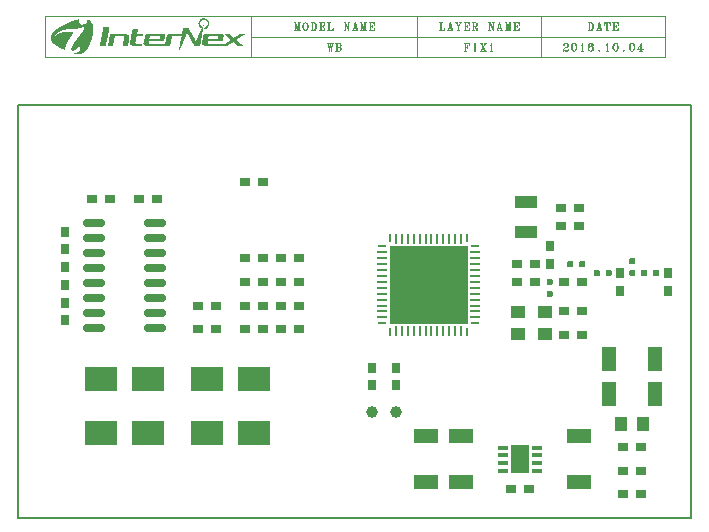
<source format=gbr>
%MOMM*%
%FSLAX33Y33*%
%ADD10C,0.203200*%
%ADD14C,0.070000*%
%ADD145R,0.800000X0.900000*%
%ADD146R,2.800000X2.000000*%
%ADD147C,0.635000*%
%ADD148R,0.900000X0.800000*%
%ADD149R,2.000000X1.300000*%
%ADD150R,0.900000X0.250000*%
%ADD151R,0.789000X0.254000*%
%ADD152R,0.254000X0.789000*%
%ADD153R,0.250000X0.900000*%
%ADD154R,6.600000X6.600000*%
%ADD155R,0.900000X0.325000*%
%ADD156R,1.650000X2.400000*%
%ADD157R,1.300000X1.050000*%
%ADD158R,1.900000X1.100000*%
%ADD159R,1.100000X1.250000*%
%ADD160R,1.300000X2.000000*%
%ADD190C,1.000000*%
G90*G71*G01*D02*G54D10*X000000Y000000D02*X057000Y000000D01*X057000Y035000D01*
X000000Y035000D01*X000000Y000000D01*D02*G54D14*X019750Y042500D02*
X002250Y042500D01*X002250Y039000D01*X019750Y039000D01*X019750Y040750D02*
X054750Y040750D01*X026232Y040214D02*X026314Y039578D01*X026254Y040214D02*
X026314Y039727D01*X026314Y039578D01*X026273Y040214D02*X026336Y039727D01*
X026400Y040214D02*X026336Y039727D01*X026314Y039578D01*X026400Y040214D02*
X026482Y039578D01*X026418Y040214D02*X026482Y039727D01*X026482Y039578D01*
X026441Y040214D02*X026500Y039727D01*X026564Y040193D02*X026500Y039727D01*
X026482Y039578D01*X026173Y040214D02*X026336Y040214D01*X026400Y040214D02*
X026441Y040214D01*X026500Y040214D02*X026628Y040214D01*X026191Y040214D02*
X026254Y040193D01*X026213Y040214D02*X026254Y040161D01*X026295Y040214D02*
X026273Y040161D01*X026314Y040214D02*X026273Y040193D01*X026523Y040214D02*
X026564Y040193D01*X026605Y040214D02*X026564Y040193D01*X026950Y040214D02*
X026950Y039578D01*X026977Y040193D02*X026977Y039610D01*X027004Y040214D02*
X027004Y039578D01*X026873Y040214D02*X027191Y040214D01*X027273Y040193D01*
X027296Y040161D01*X027327Y040098D01*X027327Y040034D01*X027296Y039981D01*
X027273Y039949D01*X027191Y039917D01*X027273Y040161D02*X027296Y040098D01*
X027296Y040034D01*X027273Y039981D01*X027191Y040214D02*X027246Y040193D01*
X027273Y040130D01*X027273Y040002D01*X027246Y039949D01*X027191Y039917D01*
X027004Y039917D02*X027191Y039917D01*X027273Y039886D01*X027296Y039854D01*
X027327Y039790D01*X027327Y039705D01*X027296Y039642D01*X027273Y039610D01*
X027191Y039578D01*X026873Y039578D01*X027273Y039854D02*X027296Y039790D01*
X027296Y039705D01*X027273Y039642D01*X027191Y039917D02*X027246Y039886D01*
X027273Y039822D01*X027273Y039673D01*X027246Y039610D01*X027191Y039578D01*
X026895Y040214D02*X026950Y040193D01*X026923Y040214D02*X026950Y040161D01*
X027032Y040214D02*X027004Y040161D01*X027059Y040214D02*X027004Y040193D01*
X026950Y039610D02*X026895Y039578D01*X026950Y039642D02*X026923Y039578D01*
X027004Y039642D02*X027032Y039578D01*X027004Y039610D02*X027059Y039578D01*
X023432Y041964D02*X023432Y041360D01*X023432Y041964D02*X023577Y041328D01*
X023454Y041964D02*X023577Y041423D01*X023473Y041964D02*X023596Y041423D01*
X023723Y041964D02*X023577Y041328D01*X023723Y041964D02*X023723Y041328D01*
X023741Y041943D02*X023741Y041360D01*X023764Y041964D02*X023764Y041328D01*
X023373Y041964D02*X023473Y041964D01*X023723Y041964D02*X023828Y041964D01*
X023373Y041328D02*X023495Y041328D01*X023659Y041328D02*X023828Y041328D01*
X023391Y041964D02*X023432Y041943D01*X023782Y041964D02*X023764Y041911D01*
X023805Y041964D02*X023764Y041943D01*X023432Y041360D02*X023391Y041328D01*
X023432Y041360D02*X023473Y041328D01*X023723Y041360D02*X023682Y041328D01*
X023723Y041392D02*X023700Y041328D01*X023764Y041392D02*X023782Y041328D01*
X023764Y041360D02*X023805Y041328D01*X024268Y041964D02*X024186Y041943D01*
X024127Y041880D01*X024100Y041816D01*X024073Y041699D01*X024073Y041604D01*
X024100Y041477D01*X024127Y041423D01*X024186Y041360D01*X024268Y041328D01*
X024327Y041328D01*X024414Y041360D01*X024468Y041423D01*X024496Y041477D01*
X024528Y041604D01*X024528Y041699D01*X024496Y041816D01*X024468Y041880D01*
X024414Y041943D01*X024327Y041964D01*X024268Y041964D01*X024154Y041880D02*
X024127Y041816D01*X024100Y041731D01*X024100Y041572D01*X024127Y041477D01*
X024154Y041423D01*X024441Y041423D02*X024468Y041477D01*X024496Y041572D01*
X024496Y041731D01*X024468Y041816D01*X024441Y041880D01*X024268Y041964D02*
X024214Y041943D01*X024154Y041848D01*X024127Y041731D01*X024127Y041572D01*
X024154Y041455D01*X024214Y041360D01*X024268Y041328D01*X024327Y041328D02*
X024382Y041360D01*X024441Y041455D01*X024468Y041572D01*X024468Y041731D01*
X024441Y041848D01*X024382Y041943D01*X024327Y041964D01*X024850Y041964D02*
X024850Y041328D01*X024877Y041943D02*X024877Y041360D01*X024904Y041964D02*
X024904Y041328D01*X024773Y041964D02*X025036Y041964D01*X025118Y041943D01*
X025173Y041880D01*X025200Y041816D01*X025228Y041731D01*X025228Y041572D01*
X025200Y041477D01*X025173Y041423D01*X025118Y041360D01*X025036Y041328D01*
X024773Y041328D01*X025146Y041880D02*X025173Y041816D01*X025200Y041731D01*
X025200Y041572D01*X025173Y041477D01*X025146Y041423D01*X025036Y041964D02*
X025091Y041943D01*X025146Y041848D01*X025173Y041731D01*X025173Y041572D01*
X025146Y041455D01*X025091Y041360D01*X025036Y041328D01*X024795Y041964D02*
X024850Y041943D01*X024823Y041964D02*X024850Y041911D01*X024932Y041964D02*
X024904Y041911D01*X024959Y041964D02*X024904Y041943D01*X024850Y041360D02*
X024795Y041328D01*X024850Y041392D02*X024823Y041328D01*X024904Y041392D02*
X024932Y041328D01*X024904Y041360D02*X024959Y041328D01*X025554Y041964D02*
X025554Y041328D01*X025582Y041943D02*X025582Y041360D01*X025614Y041964D02*
X025614Y041328D01*X025473Y041964D02*X025928Y041964D01*X025928Y041784D01*
X025614Y041667D02*X025782Y041667D01*X025782Y041784D02*X025782Y041540D01*
X025473Y041328D02*X025928Y041328D01*X025928Y041508D01*X025500Y041964D02*
X025554Y041943D01*X025527Y041964D02*X025554Y041911D01*X025641Y041964D02*
X025614Y041911D01*X025668Y041964D02*X025614Y041943D01*X025782Y041964D02*
X025928Y041943D01*X025841Y041964D02*X025928Y041911D01*X025868Y041964D02*
X025928Y041880D01*X025896Y041964D02*X025928Y041784D01*X025782Y041784D02*
X025755Y041667D01*X025782Y041540D01*X025782Y041731D02*X025727Y041667D01*
X025782Y041604D01*X025782Y041699D02*X025668Y041667D01*X025782Y041636D01*
X025554Y041360D02*X025500Y041328D01*X025554Y041392D02*X025527Y041328D01*
X025614Y041392D02*X025641Y041328D01*X025614Y041360D02*X025668Y041328D01*
X025782Y041328D02*X025928Y041360D01*X025841Y041328D02*X025928Y041392D01*
X025868Y041328D02*X025928Y041423D01*X025896Y041328D02*X025928Y041508D01*
X026264Y041964D02*X026264Y041328D01*X026291Y041943D02*X026291Y041360D01*
X026323Y041964D02*X026323Y041328D01*X026173Y041964D02*X026414Y041964D01*
X026173Y041328D02*X026628Y041328D01*X026628Y041508D01*X026200Y041964D02*
X026264Y041943D01*X026232Y041964D02*X026264Y041911D01*X026355Y041964D02*
X026323Y041911D01*X026382Y041964D02*X026323Y041943D01*X026264Y041360D02*
X026200Y041328D01*X026264Y041392D02*X026232Y041328D01*X026323Y041392D02*
X026355Y041328D01*X026323Y041360D02*X026382Y041328D01*X026473Y041328D02*
X026628Y041360D01*X026532Y041328D02*X026628Y041392D01*X026564Y041328D02*
X026628Y041423D01*X026596Y041328D02*X026628Y041508D01*X027636Y041964D02*
X027636Y041360D01*X027636Y041964D02*X027955Y041328D01*X027663Y041964D02*
X027932Y041423D01*X027682Y041964D02*X027955Y041423D01*X027955Y041943D02*
X027955Y041328D01*X027572Y041964D02*X027682Y041964D01*X027891Y041964D02*
X028027Y041964D01*X027572Y041328D02*X027704Y041328D01*X027591Y041964D02*
X027636Y041943D01*X027914Y041964D02*X027955Y041943D01*X028005Y041964D02*
X027955Y041943D01*X027636Y041360D02*X027591Y041328D01*X027636Y041360D02*
X027682Y041328D01*X028500Y041964D02*X028323Y041360D01*X028473Y041880D02*
X028623Y041328D01*X028500Y041880D02*X028650Y041328D01*X028500Y041964D02*
X028673Y041328D01*X028373Y041508D02*X028600Y041508D01*X028272Y041328D02*
X028423Y041328D01*X028550Y041328D02*X028727Y041328D01*X028323Y041360D02*
X028295Y041328D01*X028323Y041360D02*X028373Y041328D01*X028623Y041360D02*
X028573Y041328D01*X028623Y041392D02*X028600Y041328D01*X028650Y041392D02*
X028700Y041328D01*X029032Y041964D02*X029032Y041360D01*X029032Y041964D02*
X029177Y041328D01*X029054Y041964D02*X029177Y041423D01*X029073Y041964D02*
X029195Y041423D01*X029323Y041964D02*X029177Y041328D01*X029323Y041964D02*
X029323Y041328D01*X029341Y041943D02*X029341Y041360D01*X029364Y041964D02*
X029364Y041328D01*X028972Y041964D02*X029073Y041964D01*X029323Y041964D02*
X029427Y041964D01*X028972Y041328D02*X029095Y041328D01*X029259Y041328D02*
X029427Y041328D01*X028991Y041964D02*X029032Y041943D01*X029382Y041964D02*
X029364Y041911D01*X029405Y041964D02*X029364Y041943D01*X029032Y041360D02*
X028991Y041328D01*X029032Y041360D02*X029073Y041328D01*X029323Y041360D02*
X029282Y041328D01*X029323Y041392D02*X029300Y041328D01*X029364Y041392D02*
X029382Y041328D01*X029364Y041360D02*X029405Y041328D01*X029754Y041964D02*
X029754Y041328D01*X029782Y041943D02*X029782Y041360D01*X029814Y041964D02*
X029814Y041328D01*X029672Y041964D02*X030127Y041964D01*X030127Y041784D01*
X029814Y041667D02*X029982Y041667D01*X029982Y041784D02*X029982Y041540D01*
X029672Y041328D02*X030127Y041328D01*X030127Y041508D01*X029700Y041964D02*
X029754Y041943D01*X029727Y041964D02*X029754Y041911D01*X029841Y041964D02*
X029814Y041911D01*X029868Y041964D02*X029814Y041943D01*X029982Y041964D02*
X030127Y041943D01*X030041Y041964D02*X030127Y041911D01*X030068Y041964D02*
X030127Y041880D01*X030096Y041964D02*X030127Y041784D01*X029982Y041784D02*
X029955Y041667D01*X029982Y041540D01*X029982Y041731D02*X029927Y041667D01*
X029982Y041604D01*X029982Y041699D02*X029868Y041667D01*X029982Y041636D01*
X029754Y041360D02*X029700Y041328D01*X029754Y041392D02*X029727Y041328D01*
X029814Y041392D02*X029841Y041328D01*X029814Y041360D02*X029868Y041328D01*
X029982Y041328D02*X030127Y041360D01*X030041Y041328D02*X030127Y041392D01*
X030068Y041328D02*X030127Y041423D01*X030096Y041328D02*X030127Y041508D01*
X035714Y041964D02*X035714Y041328D01*X035741Y041943D02*X035741Y041360D01*
X035773Y041964D02*X035773Y041328D01*X035623Y041964D02*X035864Y041964D01*
X035623Y041328D02*X036078Y041328D01*X036078Y041508D01*X035650Y041964D02*
X035714Y041943D01*X035682Y041964D02*X035714Y041911D01*X035805Y041964D02*
X035773Y041911D01*X035832Y041964D02*X035773Y041943D01*X035714Y041360D02*
X035650Y041328D01*X035714Y041392D02*X035682Y041328D01*X035773Y041392D02*
X035805Y041328D01*X035773Y041360D02*X035832Y041328D01*X035923Y041328D02*
X036078Y041360D01*X035982Y041328D02*X036078Y041392D01*X036014Y041328D02*
X036078Y041423D01*X036046Y041328D02*X036078Y041508D01*X036550Y041964D02*
X036373Y041360D01*X036523Y041880D02*X036673Y041328D01*X036550Y041880D02*
X036700Y041328D01*X036550Y041964D02*X036723Y041328D01*X036423Y041508D02*
X036650Y041508D01*X036323Y041328D02*X036473Y041328D01*X036600Y041328D02*
X036778Y041328D01*X036373Y041360D02*X036345Y041328D01*X036373Y041360D02*
X036423Y041328D01*X036673Y041360D02*X036623Y041328D01*X036673Y041392D02*
X036650Y041328D01*X036700Y041392D02*X036750Y041328D01*X037068Y041964D02*
X037223Y041636D01*X037223Y041328D01*X037091Y041964D02*X037245Y041636D01*
X037245Y041360D01*X037109Y041964D02*X037273Y041636D01*X037273Y041328D01*
X037405Y041943D02*X037273Y041636D01*X037023Y041964D02*X037182Y041964D01*
X037336Y041964D02*X037478Y041964D01*X037159Y041328D02*X037336Y041328D01*
X037045Y041964D02*X037091Y041943D01*X037159Y041964D02*X037109Y041943D01*
X037364Y041964D02*X037405Y041943D01*X037450Y041964D02*X037405Y041943D01*
X037223Y041360D02*X037182Y041328D01*X037223Y041392D02*X037200Y041328D01*
X037273Y041392D02*X037291Y041328D01*X037273Y041360D02*X037314Y041328D01*
X037804Y041964D02*X037804Y041328D01*X037832Y041943D02*X037832Y041360D01*
X037864Y041964D02*X037864Y041328D01*X037723Y041964D02*X038178Y041964D01*
X038178Y041784D01*X037864Y041667D02*X038032Y041667D01*X038032Y041784D02*
X038032Y041540D01*X037723Y041328D02*X038178Y041328D01*X038178Y041508D01*
X037750Y041964D02*X037804Y041943D01*X037777Y041964D02*X037804Y041911D01*
X037891Y041964D02*X037864Y041911D01*X037918Y041964D02*X037864Y041943D01*
X038032Y041964D02*X038178Y041943D01*X038091Y041964D02*X038178Y041911D01*
X038118Y041964D02*X038178Y041880D01*X038146Y041964D02*X038178Y041784D01*
X038032Y041784D02*X038005Y041667D01*X038032Y041540D01*X038032Y041731D02*
X037977Y041667D01*X038032Y041604D01*X038032Y041699D02*X037918Y041667D01*
X038032Y041636D01*X037804Y041360D02*X037750Y041328D01*X037804Y041392D02*
X037777Y041328D01*X037864Y041392D02*X037891Y041328D01*X037864Y041360D02*
X037918Y041328D01*X038032Y041328D02*X038178Y041360D01*X038091Y041328D02*
X038178Y041392D01*X038118Y041328D02*X038178Y041423D01*X038146Y041328D02*
X038178Y041508D01*X038495Y041964D02*X038495Y041328D01*X038523Y041943D02*
X038523Y041360D01*X038545Y041964D02*X038545Y041328D01*X038423Y041964D02*
X038723Y041964D01*X038800Y041943D01*X038823Y041911D01*X038850Y041848D01*
X038850Y041784D01*X038823Y041731D01*X038800Y041699D01*X038723Y041667D01*
X038545Y041667D01*X038800Y041911D02*X038823Y041848D01*X038823Y041784D01*
X038800Y041731D01*X038723Y041964D02*X038773Y041943D01*X038800Y041880D01*
X038800Y041752D01*X038773Y041699D01*X038723Y041667D01*X038645Y041667D02*
X038700Y041636D01*X038723Y041572D01*X038773Y041392D01*X038800Y041328D01*
X038850Y041328D01*X038878Y041392D01*X038878Y041455D01*X038773Y041455D02*
X038800Y041392D01*X038823Y041360D01*X038850Y041360D01*X038700Y041636D02*
X038723Y041604D01*X038800Y041423D01*X038823Y041392D01*X038850Y041392D01*
X038878Y041423D01*X038423Y041328D02*X038623Y041328D01*X038445Y041964D02*
X038495Y041943D01*X038473Y041964D02*X038495Y041911D01*X038573Y041964D02*
X038545Y041911D01*X038595Y041964D02*X038545Y041943D01*X038495Y041360D02*
X038445Y041328D01*X038495Y041392D02*X038473Y041328D01*X038545Y041392D02*
X038573Y041328D01*X038545Y041360D02*X038595Y041328D01*X039886Y041964D02*
X039886Y041360D01*X039886Y041964D02*X040205Y041328D01*X039913Y041964D02*
X040182Y041423D01*X039932Y041964D02*X040205Y041423D01*X040205Y041943D02*
X040205Y041328D01*X039822Y041964D02*X039932Y041964D01*X040141Y041964D02*
X040277Y041964D01*X039822Y041328D02*X039954Y041328D01*X039841Y041964D02*
X039886Y041943D01*X040164Y041964D02*X040205Y041943D01*X040255Y041964D02*
X040205Y041943D01*X039886Y041360D02*X039841Y041328D01*X039886Y041360D02*
X039932Y041328D01*X040750Y041964D02*X040573Y041360D01*X040723Y041880D02*
X040873Y041328D01*X040750Y041880D02*X040900Y041328D01*X040750Y041964D02*
X040923Y041328D01*X040623Y041508D02*X040850Y041508D01*X040522Y041328D02*
X040673Y041328D01*X040800Y041328D02*X040977Y041328D01*X040573Y041360D02*
X040545Y041328D01*X040573Y041360D02*X040623Y041328D01*X040873Y041360D02*
X040823Y041328D01*X040873Y041392D02*X040850Y041328D01*X040900Y041392D02*
X040950Y041328D01*X041282Y041964D02*X041282Y041360D01*X041282Y041964D02*
X041427Y041328D01*X041304Y041964D02*X041427Y041423D01*X041323Y041964D02*
X041445Y041423D01*X041573Y041964D02*X041427Y041328D01*X041573Y041964D02*
X041573Y041328D01*X041591Y041943D02*X041591Y041360D01*X041614Y041964D02*
X041614Y041328D01*X041222Y041964D02*X041323Y041964D01*X041573Y041964D02*
X041677Y041964D01*X041222Y041328D02*X041345Y041328D01*X041509Y041328D02*
X041677Y041328D01*X041241Y041964D02*X041282Y041943D01*X041632Y041964D02*
X041614Y041911D01*X041655Y041964D02*X041614Y041943D01*X041282Y041360D02*
X041241Y041328D01*X041282Y041360D02*X041323Y041328D01*X041573Y041360D02*
X041532Y041328D01*X041573Y041392D02*X041550Y041328D01*X041614Y041392D02*
X041632Y041328D01*X041614Y041360D02*X041655Y041328D01*X042004Y041964D02*
X042004Y041328D01*X042032Y041943D02*X042032Y041360D01*X042064Y041964D02*
X042064Y041328D01*X041922Y041964D02*X042377Y041964D01*X042377Y041784D01*
X042064Y041667D02*X042232Y041667D01*X042232Y041784D02*X042232Y041540D01*
X041922Y041328D02*X042377Y041328D01*X042377Y041508D01*X041950Y041964D02*
X042004Y041943D01*X041977Y041964D02*X042004Y041911D01*X042091Y041964D02*
X042064Y041911D01*X042118Y041964D02*X042064Y041943D01*X042232Y041964D02*
X042377Y041943D01*X042291Y041964D02*X042377Y041911D01*X042318Y041964D02*
X042377Y041880D01*X042346Y041964D02*X042377Y041784D01*X042232Y041784D02*
X042205Y041667D01*X042232Y041540D01*X042232Y041731D02*X042177Y041667D01*
X042232Y041604D01*X042232Y041699D02*X042118Y041667D01*X042232Y041636D01*
X042004Y041360D02*X041950Y041328D01*X042004Y041392D02*X041977Y041328D01*
X042064Y041392D02*X042091Y041328D01*X042064Y041360D02*X042118Y041328D01*
X042232Y041328D02*X042377Y041360D01*X042291Y041328D02*X042377Y041392D01*
X042318Y041328D02*X042377Y041423D01*X042346Y041328D02*X042377Y041508D01*
X033750Y042500D02*X033750Y039000D01*X019750Y042500D02*X054750Y042500D01*
X054750Y039000D02*X019750Y039000D01*X019750Y042500D02*X019750Y039000D01*
X054750Y042500D02*X054750Y039000D01*X044250Y042500D02*X044250Y039000D01*
X048300Y041964D02*X048300Y041328D01*X048327Y041943D02*X048327Y041360D01*
X048354Y041964D02*X048354Y041328D01*X048223Y041964D02*X048486Y041964D01*
X048568Y041943D01*X048623Y041880D01*X048650Y041816D01*X048678Y041731D01*
X048678Y041572D01*X048650Y041477D01*X048623Y041423D01*X048568Y041360D01*
X048486Y041328D01*X048223Y041328D01*X048596Y041880D02*X048623Y041816D01*
X048650Y041731D01*X048650Y041572D01*X048623Y041477D01*X048596Y041423D01*
X048486Y041964D02*X048541Y041943D01*X048596Y041848D01*X048623Y041731D01*
X048623Y041572D01*X048596Y041455D01*X048541Y041360D01*X048486Y041328D01*
X048245Y041964D02*X048300Y041943D01*X048273Y041964D02*X048300Y041911D01*
X048382Y041964D02*X048354Y041911D01*X048409Y041964D02*X048354Y041943D01*
X048300Y041360D02*X048245Y041328D01*X048300Y041392D02*X048273Y041328D01*
X048354Y041392D02*X048382Y041328D01*X048354Y041360D02*X048409Y041328D01*
X049150Y041964D02*X048973Y041360D01*X049123Y041880D02*X049273Y041328D01*
X049150Y041880D02*X049300Y041328D01*X049150Y041964D02*X049323Y041328D01*
X049023Y041508D02*X049250Y041508D01*X048923Y041328D02*X049073Y041328D01*
X049200Y041328D02*X049378Y041328D01*X048973Y041360D02*X048945Y041328D01*
X048973Y041360D02*X049023Y041328D01*X049273Y041360D02*X049223Y041328D01*
X049273Y041392D02*X049250Y041328D01*X049300Y041392D02*X049350Y041328D01*
X049623Y041964D02*X049623Y041784D01*X049818Y041964D02*X049818Y041328D01*
X049850Y041943D02*X049850Y041360D01*X049877Y041964D02*X049877Y041328D01*
X050077Y041964D02*X050077Y041784D01*X049623Y041964D02*X050077Y041964D01*
X049736Y041328D02*X049959Y041328D01*X049650Y041964D02*X049623Y041784D01*
X049677Y041964D02*X049623Y041880D01*X049704Y041964D02*X049623Y041911D01*
X049764Y041964D02*X049623Y041943D01*X049932Y041964D02*X050077Y041943D01*
X049991Y041964D02*X050077Y041911D01*X050018Y041964D02*X050077Y041880D01*
X050046Y041964D02*X050077Y041784D01*X049818Y041360D02*X049764Y041328D01*
X049818Y041392D02*X049791Y041328D01*X049877Y041392D02*X049905Y041328D01*
X049877Y041360D02*X049932Y041328D01*X050404Y041964D02*X050404Y041328D01*
X050432Y041943D02*X050432Y041360D01*X050464Y041964D02*X050464Y041328D01*
X050322Y041964D02*X050777Y041964D01*X050777Y041784D01*X050464Y041667D02*
X050632Y041667D01*X050632Y041784D02*X050632Y041540D01*X050322Y041328D02*
X050777Y041328D01*X050777Y041508D01*X050350Y041964D02*X050404Y041943D01*
X050377Y041964D02*X050404Y041911D01*X050491Y041964D02*X050464Y041911D01*
X050518Y041964D02*X050464Y041943D01*X050632Y041964D02*X050777Y041943D01*
X050691Y041964D02*X050777Y041911D01*X050718Y041964D02*X050777Y041880D01*
X050746Y041964D02*X050777Y041784D01*X050632Y041784D02*X050605Y041667D01*
X050632Y041540D01*X050632Y041731D02*X050577Y041667D01*X050632Y041604D01*
X050632Y041699D02*X050518Y041667D01*X050632Y041636D01*X050404Y041360D02*
X050350Y041328D01*X050404Y041392D02*X050377Y041328D01*X050464Y041392D02*
X050491Y041328D01*X050464Y041360D02*X050518Y041328D01*X050632Y041328D02*
X050777Y041360D01*X050691Y041328D02*X050777Y041392D01*X050718Y041328D02*
X050777Y041423D01*X050746Y041328D02*X050777Y041508D01*X046154Y040098D02*
X046154Y040066D01*X046186Y040066D01*X046186Y040098D01*X046154Y040098D01*
X046154Y040130D02*X046186Y040130D01*X046218Y040098D01*X046218Y040066D01*
X046186Y040034D01*X046154Y040034D01*X046123Y040066D01*X046123Y040098D01*
X046154Y040161D01*X046186Y040193D01*X046282Y040214D01*X046414Y040214D01*
X046509Y040193D01*X046541Y040161D01*X046578Y040098D01*X046578Y040034D01*
X046541Y039981D01*X046446Y039917D01*X046282Y039854D01*X046218Y039822D01*
X046154Y039758D01*X046123Y039673D01*X046123Y039578D01*X046509Y040161D02*
X046541Y040098D01*X046541Y040034D01*X046509Y039981D01*X046414Y040214D02*
X046477Y040193D01*X046509Y040098D01*X046509Y040034D01*X046477Y039981D01*
X046414Y039917D01*X046282Y039854D01*X046123Y039642D02*X046154Y039673D01*
X046218Y039673D01*X046377Y039642D01*X046509Y039642D01*X046578Y039673D01*
X046218Y039673D02*X046377Y039610D01*X046509Y039610D01*X046541Y039642D01*
X046218Y039673D02*X046377Y039578D01*X046509Y039578D01*X046541Y039610D01*
X046578Y039673D01*X046578Y039727D01*X047014Y040214D02*X046918Y040193D01*
X046854Y040098D01*X046823Y039949D01*X046823Y039854D01*X046854Y039705D01*
X046918Y039610D01*X047014Y039578D01*X047082Y039578D01*X047177Y039610D01*
X047241Y039705D01*X047278Y039854D01*X047278Y039949D01*X047241Y040098D01*
X047177Y040193D01*X047082Y040214D01*X047014Y040214D01*X046918Y040161D02*
X046886Y040098D01*X046854Y039981D01*X046854Y039822D01*X046886Y039705D01*
X046918Y039642D01*X047177Y039642D02*X047209Y039705D01*X047241Y039822D01*
X047241Y039981D01*X047209Y040098D01*X047177Y040161D01*X047014Y040214D02*
X046950Y040193D01*X046918Y040130D01*X046886Y039981D01*X046886Y039822D01*
X046918Y039673D01*X046950Y039610D01*X047014Y039578D01*X047082Y039578D02*
X047146Y039610D01*X047177Y039673D01*X047209Y039822D01*X047209Y039981D01*
X047177Y040130D01*X047146Y040193D01*X047082Y040214D01*X047727Y040161D02*
X047727Y039578D01*X047745Y040161D02*X047745Y039610D01*X047759Y040214D02*
X047759Y039578D01*X047759Y040214D02*X047714Y040130D01*X047686Y040098D01*
X047673Y039578D02*X047818Y039578D01*X047727Y039610D02*X047700Y039578D01*
X047727Y039642D02*X047714Y039578D01*X047759Y039642D02*X047773Y039578D01*
X047759Y039610D02*X047786Y039578D01*X048577Y040130D02*X048577Y040098D01*
X048609Y040098D01*X048609Y040130D01*X048577Y040130D01*X048609Y040161D02*
X048577Y040161D01*X048546Y040130D01*X048546Y040098D01*X048577Y040066D01*
X048609Y040066D01*X048641Y040098D01*X048641Y040130D01*X048609Y040193D01*
X048546Y040214D01*X048450Y040214D01*X048350Y040193D01*X048286Y040130D01*
X048254Y040066D01*X048223Y039949D01*X048223Y039758D01*X048254Y039673D01*
X048318Y039610D01*X048414Y039578D01*X048482Y039578D01*X048577Y039610D01*
X048641Y039673D01*X048678Y039758D01*X048678Y039790D01*X048641Y039886D01*
X048577Y039949D01*X048482Y039981D01*X048414Y039981D01*X048350Y039949D01*
X048318Y039917D01*X048286Y039854D01*X048318Y040130D02*X048286Y040066D01*
X048254Y039949D01*X048254Y039758D01*X048286Y039673D01*X048318Y039642D01*
X048609Y039673D02*X048641Y039727D01*X048641Y039822D01*X048609Y039886D01*
X048450Y040214D02*X048382Y040193D01*X048350Y040161D01*X048318Y040098D01*
X048286Y039981D01*X048286Y039758D01*X048318Y039673D01*X048350Y039610D01*
X048414Y039578D01*X048482Y039578D02*X048546Y039610D01*X048577Y039642D01*
X048609Y039727D01*X048609Y039822D01*X048577Y039917D01*X048546Y039949D01*
X048482Y039981D01*X049141Y039673D02*X049127Y039642D01*X049127Y039610D01*
X049141Y039578D01*X049155Y039578D01*X049168Y039610D01*X049168Y039642D01*
X049155Y039673D01*X049141Y039673D01*X049141Y039642D02*X049141Y039610D01*
X049155Y039610D01*X049155Y039642D01*X049141Y039642D01*X049827Y040161D02*
X049827Y039578D01*X049845Y040161D02*X049845Y039610D01*X049859Y040214D02*
X049859Y039578D01*X049859Y040214D02*X049814Y040130D01*X049786Y040098D01*
X049773Y039578D02*X049918Y039578D01*X049827Y039610D02*X049800Y039578D01*
X049827Y039642D02*X049814Y039578D01*X049859Y039642D02*X049873Y039578D01*
X049859Y039610D02*X049886Y039578D01*X050514Y040214D02*X050418Y040193D01*
X050354Y040098D01*X050322Y039949D01*X050322Y039854D01*X050354Y039705D01*
X050418Y039610D01*X050514Y039578D01*X050582Y039578D01*X050677Y039610D01*
X050741Y039705D01*X050777Y039854D01*X050777Y039949D01*X050741Y040098D01*
X050677Y040193D01*X050582Y040214D01*X050514Y040214D01*X050418Y040161D02*
X050386Y040098D01*X050354Y039981D01*X050354Y039822D01*X050386Y039705D01*
X050418Y039642D01*X050677Y039642D02*X050709Y039705D01*X050741Y039822D01*
X050741Y039981D01*X050709Y040098D01*X050677Y040161D01*X050514Y040214D02*
X050450Y040193D01*X050418Y040130D01*X050386Y039981D01*X050386Y039822D01*
X050418Y039673D01*X050450Y039610D01*X050514Y039578D01*X050582Y039578D02*
X050646Y039610D01*X050677Y039673D01*X050709Y039822D01*X050709Y039981D01*
X050677Y040130D01*X050646Y040193D01*X050582Y040214D01*X051241Y039673D02*
X051227Y039642D01*X051227Y039610D01*X051241Y039578D01*X051255Y039578D01*
X051268Y039610D01*X051268Y039642D01*X051255Y039673D01*X051241Y039673D01*
X051241Y039642D02*X051241Y039610D01*X051255Y039610D01*X051255Y039642D01*
X051241Y039642D01*X051914Y040214D02*X051818Y040193D01*X051754Y040098D01*
X051722Y039949D01*X051722Y039854D01*X051754Y039705D01*X051818Y039610D01*
X051914Y039578D01*X051982Y039578D01*X052077Y039610D01*X052141Y039705D01*
X052177Y039854D01*X052177Y039949D01*X052141Y040098D01*X052077Y040193D01*
X051982Y040214D01*X051914Y040214D01*X051818Y040161D02*X051786Y040098D01*
X051754Y039981D01*X051754Y039822D01*X051786Y039705D01*X051818Y039642D01*
X052077Y039642D02*X052109Y039705D01*X052141Y039822D01*X052141Y039981D01*
X052109Y040098D01*X052077Y040161D01*X051914Y040214D02*X051850Y040193D01*
X051818Y040130D01*X051786Y039981D01*X051786Y039822D01*X051818Y039673D01*
X051850Y039610D01*X051914Y039578D01*X051982Y039578D02*X052046Y039610D01*
X052077Y039673D01*X052109Y039822D01*X052109Y039981D01*X052077Y040130D01*
X052046Y040193D01*X051982Y040214D01*X052677Y040130D02*X052677Y039578D01*
X052705Y040161D02*X052705Y039610D01*X052732Y040214D02*X052732Y039578D01*
X052732Y040214D02*X052422Y039758D01*X052877Y039758D01*X052591Y039578D02*
X052818Y039578D01*X052677Y039610D02*X052618Y039578D01*X052677Y039642D02*
X052645Y039578D01*X052732Y039642D02*X052759Y039578D01*X052732Y039610D02*
X052791Y039578D01*X037804Y040214D02*X037804Y039578D01*X037836Y040193D02*
X037836Y039610D01*X037864Y040214D02*X037864Y039578D01*X037723Y040214D02*
X038178Y040214D01*X038178Y040034D01*X037864Y039917D02*X038032Y039917D01*
X038032Y040034D02*X038032Y039790D01*X037723Y039578D02*X037950Y039578D01*
X037750Y040214D02*X037804Y040193D01*X037777Y040214D02*X037804Y040161D01*
X037891Y040214D02*X037864Y040161D01*X037918Y040214D02*X037864Y040193D01*
X038032Y040214D02*X038178Y040193D01*X038091Y040214D02*X038178Y040161D01*
X038118Y040214D02*X038178Y040130D01*X038146Y040214D02*X038178Y040034D01*
X038032Y040034D02*X038005Y039917D01*X038032Y039790D01*X038032Y039981D02*
X037977Y039917D01*X038032Y039854D01*X038032Y039949D02*X037918Y039917D01*
X038032Y039886D01*X037804Y039610D02*X037750Y039578D01*X037804Y039642D02*
X037777Y039578D01*X037864Y039642D02*X037891Y039578D01*X037864Y039610D02*
X037918Y039578D01*X038632Y040214D02*X038632Y039578D01*X038645Y040193D02*
X038645Y039610D01*X038664Y040214D02*X038664Y039578D01*X038591Y040214D02*
X038705Y040214D01*X038591Y039578D02*X038705Y039578D01*X038605Y040214D02*
X038632Y040193D01*X038618Y040214D02*X038632Y040161D01*X038677Y040214D02*
X038664Y040161D01*X038691Y040214D02*X038664Y040193D01*X038632Y039610D02*
X038605Y039578D01*X038632Y039642D02*X038618Y039578D01*X038664Y039642D02*
X038677Y039578D01*X038664Y039610D02*X038691Y039578D01*X039173Y040214D02*
X039473Y039578D01*X039195Y040214D02*X039500Y039578D01*X039223Y040214D02*
X039523Y039578D01*X039500Y040193D02*X039195Y039610D01*X039123Y040214D02*
X039295Y040214D01*X039423Y040214D02*X039577Y040214D01*X039123Y039578D02*
X039273Y039578D01*X039400Y039578D02*X039577Y039578D01*X039145Y040214D02*
X039223Y040161D01*X039245Y040214D02*X039223Y040161D01*X039273Y040214D02*
X039223Y040193D01*X039450Y040214D02*X039500Y040193D01*X039550Y040214D02*
X039500Y040193D01*X039195Y039610D02*X039145Y039578D01*X039195Y039610D02*
X039245Y039578D01*X039473Y039610D02*X039423Y039578D01*X039473Y039642D02*
X039450Y039578D01*X039473Y039642D02*X039550Y039578D01*X040027Y040161D02*
X040027Y039578D01*X040045Y040161D02*X040045Y039610D01*X040059Y040214D02*
X040059Y039578D01*X040059Y040214D02*X040014Y040130D01*X039986Y040098D01*
X039973Y039578D02*X040118Y039578D01*X040027Y039610D02*X040000Y039578D01*
X040027Y039642D02*X040014Y039578D01*X040059Y039642D02*X040073Y039578D01*
X040059Y039610D02*X040086Y039578D01*X000000Y000000D02*D02*G54D145*
X030000Y011250D03*X032000Y011250D03*X030000Y012750D03*X032000Y012750D03*
X004000Y016750D03*X004000Y019750D03*X004000Y018250D03*X051000Y019250D03*
X055000Y019250D03*X004000Y022750D03*X004000Y021250D03*X045000Y021500D03*
X045000Y023000D03*X051000Y020750D03*X055000Y020750D03*X004000Y024250D03*D02*
G54D146*X007000Y007200D03*X011000Y007200D03*X016000Y007200D03*X020000Y007200D03*
X007000Y011800D03*X011000Y011800D03*X016000Y011800D03*X020000Y011800D03*D02*
G54D147*X005818Y017325D02*X007018Y017325D01*X005818Y016055D02*X007018Y016055D01*
X010983Y016055D02*X012183Y016055D01*X010983Y017325D02*X012183Y017325D01*
X005818Y019865D02*X007018Y019865D01*X005818Y018595D02*X007018Y018595D01*
X010983Y018595D02*X012183Y018595D01*X010983Y019865D02*X012183Y019865D01*
X005818Y022405D02*X007018Y022405D01*X005818Y021135D02*X007018Y021135D01*
X010983Y021135D02*X012183Y021135D01*X010983Y022405D02*X012183Y022405D01*
X005818Y024945D02*X007018Y024945D01*X005818Y023675D02*X007018Y023675D01*
X010983Y023675D02*X012183Y023675D01*X010983Y024945D02*X012183Y024945D01*D02*
G54D148*X041750Y002500D03*X043250Y002500D03*X051250Y002000D03*X052750Y002000D03*
X051250Y004000D03*X052750Y004000D03*X051250Y006000D03*X052750Y006000D03*
X016750Y016000D03*X015250Y016000D03*X019250Y016000D03*X020750Y016000D03*
X023750Y016000D03*X022250Y016000D03*X046250Y015500D03*X046250Y017500D03*
X047750Y015500D03*X047750Y017500D03*X016750Y018000D03*X015250Y018000D03*
X019250Y018000D03*X020750Y018000D03*X019250Y020000D03*X020750Y020000D03*
X023750Y018000D03*X022250Y018000D03*X023750Y020000D03*X022250Y020000D03*
X042250Y020000D03*X043750Y020000D03*X046250Y020000D03*X047750Y020000D03*
X019250Y022000D03*X020750Y022000D03*X023750Y022000D03*X022250Y022000D03*
X042250Y021500D03*X043750Y021500D03*X046000Y024750D03*X046000Y026250D03*
X047500Y024750D03*X047500Y026250D03*X007750Y027000D03*X006250Y027000D03*
X010250Y027000D03*X011750Y027000D03*X020750Y028500D03*X019250Y028500D03*D02*
G54D149*X034500Y003050D03*X037500Y003050D03*X047500Y003050D03*X034500Y006950D03*
X037500Y006950D03*X047500Y006950D03*D02*G54D150*X030850Y017000D03*
X038650Y017000D03*X030850Y020000D03*X030850Y019500D03*X030850Y019000D03*
X030850Y018500D03*X030850Y018000D03*X030850Y017500D03*X038650Y017500D03*
X038650Y018000D03*X038650Y018500D03*X038650Y019000D03*X038650Y019500D03*
X038650Y020000D03*X030850Y022500D03*X030850Y022000D03*X030850Y021500D03*
X030850Y021000D03*X030850Y020500D03*X038650Y020500D03*X038650Y021000D03*
X038650Y021500D03*X038650Y022000D03*X038650Y022500D03*D02*G54D151*
X030775Y016500D03*X038725Y016500D03*X030775Y023000D03*X038725Y023000D03*D02*
G54D152*X031500Y015775D03*X038000Y015775D03*X031500Y023725D03*X038000Y023725D03*
D02*G54D153*X032000Y015850D03*X032500Y015850D03*X033000Y015850D03*
X033500Y015850D03*X034000Y015850D03*X034500Y015850D03*X035000Y015850D03*
X035500Y015850D03*X036000Y015850D03*X036500Y015850D03*X037000Y015850D03*
X037500Y015850D03*X034000Y023650D03*X033500Y023650D03*X033000Y023650D03*
X032500Y023650D03*X032000Y023650D03*X037500Y023650D03*X037000Y023650D03*
X036500Y023650D03*X036000Y023650D03*X035500Y023650D03*X035000Y023650D03*
X034500Y023650D03*D02*G54D154*X034750Y019750D03*D02*G54D155*X041050Y005975D03*
X041050Y005325D03*X041050Y004675D03*X041050Y004025D03*X043950Y004025D03*
X043950Y004675D03*X043950Y005325D03*X043950Y005975D03*D02*G54D156*
X042500Y005000D03*D02*G54D157*X042350Y015575D03*X042350Y017425D03*
X044650Y015575D03*X044650Y017425D03*D02*G54D158*X043000Y024250D03*
X043000Y026750D03*D02*G54D159*X051075Y008000D03*X052925Y008000D03*D02*G54D160*
X050050Y010500D03*X053950Y010500D03*X050050Y013500D03*X053950Y013500D03*D02*
G54D190*X030000Y009000D03*X032000Y009000D03*
G36*X044750Y018850D02*X044752Y018830D01*X044758Y018812D01*X044767Y018794D01*
X044779Y018779D01*X044794Y018767D01*X044812Y018758D01*X044830Y018752D01*
X044850Y018750D01*X045150Y018750D01*X045170Y018752D01*X045188Y018758D01*
X045206Y018767D01*X045221Y018779D01*X045233Y018794D01*X045242Y018812D01*
X045248Y018830D01*X045250Y018850D01*X045250Y019150D01*X045248Y019170D01*
X045242Y019188D01*X045233Y019206D01*X045221Y019221D01*X045206Y019233D01*
X045188Y019242D01*X045170Y019248D01*X045150Y019250D01*X044850Y019250D01*
X044830Y019248D01*X044812Y019242D01*X044794Y019233D01*X044779Y019221D01*
X044767Y019206D01*X044758Y019188D01*X044752Y019170D01*X044750Y019150D01*
X044750Y018850D01*G37*G36*X044750Y019850D02*X044752Y019830D01*X044758Y019812D01*
X044767Y019794D01*X044779Y019779D01*X044794Y019767D01*X044812Y019758D01*
X044830Y019752D01*X044850Y019750D01*X045150Y019750D01*X045170Y019752D01*
X045188Y019758D01*X045206Y019767D01*X045221Y019779D01*X045233Y019794D01*
X045242Y019812D01*X045248Y019830D01*X045250Y019850D01*X045250Y020150D01*
X045248Y020170D01*X045242Y020188D01*X045233Y020206D01*X045221Y020221D01*
X045206Y020233D01*X045188Y020242D01*X045170Y020248D01*X045150Y020250D01*
X044850Y020250D01*X044830Y020248D01*X044812Y020242D01*X044794Y020233D01*
X044779Y020221D01*X044767Y020206D01*X044758Y020188D01*X044752Y020170D01*
X044750Y020150D01*X044750Y019850D01*G37*G36*X046500Y021350D02*X046502Y021330D01*
X046508Y021312D01*X046517Y021294D01*X046529Y021279D01*X046544Y021267D01*
X046562Y021258D01*X046580Y021252D01*X046600Y021250D01*X046900Y021250D01*
X046920Y021252D01*X046938Y021258D01*X046956Y021267D01*X046971Y021279D01*
X046983Y021294D01*X046992Y021312D01*X046998Y021330D01*X047000Y021350D01*
X047000Y021650D01*X046998Y021670D01*X046992Y021688D01*X046983Y021706D01*
X046971Y021721D01*X046956Y021733D01*X046938Y021742D01*X046920Y021748D01*
X046900Y021750D01*X046600Y021750D01*X046580Y021748D01*X046562Y021742D01*
X046544Y021733D01*X046529Y021721D01*X046517Y021706D01*X046508Y021688D01*
X046502Y021670D01*X046500Y021650D01*X046500Y021350D01*G37*G36*X049750Y020600D02*
X049752Y020580D01*X049758Y020562D01*X049767Y020544D01*X049779Y020529D01*
X049794Y020517D01*X049812Y020508D01*X049830Y020502D01*X049850Y020500D01*
X050150Y020500D01*X050170Y020502D01*X050188Y020508D01*X050206Y020517D01*
X050221Y020529D01*X050233Y020544D01*X050242Y020562D01*X050248Y020580D01*
X050250Y020600D01*X050250Y020900D01*X050248Y020920D01*X050242Y020938D01*
X050233Y020956D01*X050221Y020971D01*X050206Y020983D01*X050188Y020992D01*
X050170Y020998D01*X050150Y021000D01*X049850Y021000D01*X049830Y020998D01*
X049812Y020992D01*X049794Y020983D01*X049779Y020971D01*X049767Y020956D01*
X049758Y020938D01*X049752Y020920D01*X049750Y020900D01*X049750Y020600D01*G37*G36*
X048750Y020600D02*X048752Y020580D01*X048758Y020562D01*X048767Y020544D01*
X048779Y020529D01*X048794Y020517D01*X048812Y020508D01*X048830Y020502D01*
X048850Y020500D01*X049150Y020500D01*X049170Y020502D01*X049188Y020508D01*
X049206Y020517D01*X049221Y020529D01*X049233Y020544D01*X049242Y020562D01*
X049248Y020580D01*X049250Y020600D01*X049250Y020900D01*X049248Y020920D01*
X049242Y020938D01*X049233Y020956D01*X049221Y020971D01*X049206Y020983D01*
X049188Y020992D01*X049170Y020998D01*X049150Y021000D01*X048850Y021000D01*
X048830Y020998D01*X048812Y020992D01*X048794Y020983D01*X048779Y020971D01*
X048767Y020956D01*X048758Y020938D01*X048752Y020920D01*X048750Y020900D01*
X048750Y020600D01*G37*G36*X047500Y021350D02*X047502Y021330D01*X047508Y021312D01*
X047517Y021294D01*X047529Y021279D01*X047544Y021267D01*X047562Y021258D01*
X047580Y021252D01*X047600Y021250D01*X047900Y021250D01*X047920Y021252D01*
X047938Y021258D01*X047956Y021267D01*X047971Y021279D01*X047983Y021294D01*
X047992Y021312D01*X047998Y021330D01*X048000Y021350D01*X048000Y021650D01*
X047998Y021670D01*X047992Y021688D01*X047983Y021706D01*X047971Y021721D01*
X047956Y021733D01*X047938Y021742D01*X047920Y021748D01*X047900Y021750D01*
X047600Y021750D01*X047580Y021748D01*X047562Y021742D01*X047544Y021733D01*
X047529Y021721D01*X047517Y021706D01*X047508Y021688D01*X047502Y021670D01*
X047500Y021650D01*X047500Y021350D01*G37*G36*X053750Y020600D02*X053752Y020580D01*
X053758Y020562D01*X053767Y020544D01*X053779Y020529D01*X053794Y020517D01*
X053812Y020508D01*X053830Y020502D01*X053850Y020500D01*X054150Y020500D01*
X054170Y020502D01*X054188Y020508D01*X054206Y020517D01*X054221Y020529D01*
X054233Y020544D01*X054242Y020562D01*X054248Y020580D01*X054250Y020600D01*
X054250Y020900D01*X054248Y020920D01*X054242Y020938D01*X054233Y020956D01*
X054221Y020971D01*X054206Y020983D01*X054188Y020992D01*X054170Y020998D01*
X054150Y021000D01*X053850Y021000D01*X053830Y020998D01*X053812Y020992D01*
X053794Y020983D01*X053779Y020971D01*X053767Y020956D01*X053758Y020938D01*
X053752Y020920D01*X053750Y020900D01*X053750Y020600D01*G37*G36*X052750Y020600D02*
X052752Y020580D01*X052758Y020562D01*X052767Y020544D01*X052779Y020529D01*
X052794Y020517D01*X052812Y020508D01*X052830Y020502D01*X052850Y020500D01*
X053150Y020500D01*X053170Y020502D01*X053188Y020508D01*X053206Y020517D01*
X053221Y020529D01*X053233Y020544D01*X053242Y020562D01*X053248Y020580D01*
X053250Y020600D01*X053250Y020900D01*X053248Y020920D01*X053242Y020938D01*
X053233Y020956D01*X053221Y020971D01*X053206Y020983D01*X053188Y020992D01*
X053170Y020998D01*X053150Y021000D01*X052850Y021000D01*X052830Y020998D01*
X052812Y020992D01*X052794Y020983D01*X052779Y020971D01*X052767Y020956D01*
X052758Y020938D01*X052752Y020920D01*X052750Y020900D01*X052750Y020600D01*G37*G36*
X051750Y021600D02*X051752Y021580D01*X051758Y021562D01*X051767Y021544D01*
X051779Y021529D01*X051794Y021517D01*X051812Y021508D01*X051830Y021502D01*
X051850Y021500D01*X052150Y021500D01*X052170Y021502D01*X052188Y021508D01*
X052206Y021517D01*X052221Y021529D01*X052233Y021544D01*X052242Y021562D01*
X052248Y021580D01*X052250Y021600D01*X052250Y021900D01*X052248Y021920D01*
X052242Y021938D01*X052233Y021956D01*X052221Y021971D01*X052206Y021983D01*
X052188Y021992D01*X052170Y021998D01*X052150Y022000D01*X051850Y022000D01*
X051830Y021998D01*X051812Y021992D01*X051794Y021983D01*X051779Y021971D01*
X051767Y021956D01*X051758Y021938D01*X051752Y021920D01*X051750Y021900D01*
X051750Y021600D01*G37*G36*X051750Y020600D02*X051752Y020580D01*X051758Y020562D01*
X051767Y020544D01*X051779Y020529D01*X051794Y020517D01*X051812Y020508D01*
X051830Y020502D01*X051850Y020500D01*X052150Y020500D01*X052170Y020502D01*
X052188Y020508D01*X052206Y020517D01*X052221Y020529D01*X052233Y020544D01*
X052242Y020562D01*X052248Y020580D01*X052250Y020600D01*X052250Y020900D01*
X052248Y020920D01*X052242Y020938D01*X052233Y020956D01*X052221Y020971D01*
X052206Y020983D01*X052188Y020992D01*X052170Y020998D01*X052150Y021000D01*
X051850Y021000D01*X051830Y020998D01*X051812Y020992D01*X051794Y020983D01*
X051779Y020971D01*X051767Y020956D01*X051758Y020938D01*X051752Y020920D01*
X051750Y020900D01*X051750Y020600D01*
G37*G36*X015564Y040134D02*X015564Y040220D01*
X015585Y040220D01*X015585Y040350D01*X015607Y040350D01*X015607Y040371D01*
X016039Y040371D01*X016039Y040307D01*X016039Y040263D01*X016017Y040263D01*
X016017Y040220D01*X016039Y040220D01*X016039Y040199D01*X016082Y040199D01*
X016082Y040177D01*X016147Y040177D01*X016147Y040155D01*X017962Y040155D01*
X017962Y040134D01*X017918Y040134D01*X017918Y040112D01*X017897Y040112D01*
X017897Y040091D01*X017854Y040091D01*X017854Y040069D01*X017832Y040069D01*
X017832Y040047D01*X017789Y040047D01*X017789Y040026D01*X017767Y040026D01*
X017767Y040004D01*X017724Y040004D01*X017724Y039983D01*X017702Y039983D01*
X017702Y039961D01*X015931Y039961D01*X015931Y039983D01*X015780Y039983D01*
X015780Y040004D01*X015715Y040004D01*X015715Y040026D01*X015650Y040026D01*
X015650Y040047D01*X015629Y040047D01*X015629Y040069D01*X015607Y040069D01*
X015607Y040091D01*X015585Y040091D01*X015585Y040134D01*X015564Y040134D01*G37*G36*
X015607Y040371D02*X015607Y040458D01*X015629Y040458D01*X015629Y040566D01*
X015650Y040566D01*X015650Y040674D01*X015672Y040674D01*X015672Y040782D01*
X015693Y040782D01*X015693Y040868D01*X015715Y040868D01*X015715Y040911D01*
X015737Y040911D01*X015737Y040933D01*X015758Y040933D01*X015758Y040955D01*
X015801Y040955D01*X015801Y040976D01*X015888Y040976D01*X015888Y040998D01*
X017292Y040998D01*X017292Y040976D01*X017335Y040976D01*X017335Y040955D01*
X017378Y040955D01*X017378Y040911D01*X017400Y040911D01*X017400Y040760D01*
X017378Y040760D01*X017378Y040609D01*X017357Y040609D01*X017357Y040587D01*
X016925Y040587D01*X016925Y040652D01*X016946Y040652D01*X016946Y040782D01*
X016925Y040782D01*X016925Y040803D01*X016212Y040803D01*X016212Y040782D01*
X016169Y040782D01*X016169Y040760D01*X016147Y040760D01*X016147Y040739D01*
X016125Y040739D01*X016125Y040717D01*X016104Y040717D01*X016104Y040652D01*
X016082Y040652D01*X016082Y040587D01*X017357Y040587D01*X017357Y040544D01*
X017357Y040501D01*X017335Y040501D01*X017335Y040458D01*X017314Y040458D01*
X017314Y040436D01*X017292Y040436D01*X017292Y040415D01*X017249Y040415D01*
X017249Y040393D01*X017162Y040393D01*X017162Y040371D01*X015607Y040371D01*G37*G36*
X002775Y040514D02*X002797Y040514D01*X002797Y040450D01*X002818Y040450D01*
X002818Y040406D01*X002840Y040406D01*X002840Y040363D01*X002861Y040363D01*
X002861Y040320D01*X002883Y040320D01*X002883Y040298D01*X002905Y040298D01*
X002905Y040255D01*X002926Y040255D01*X002926Y040233D01*X002948Y040233D01*
X002948Y040212D01*X002969Y040212D01*X002969Y040190D01*X002991Y040190D01*
X002991Y040169D01*X003013Y040169D01*X003013Y040147D01*X003034Y040147D01*
X003034Y040126D01*X003077Y040126D01*X003077Y040104D01*X003099Y040104D01*
X003099Y040082D01*X003120Y040082D01*X003120Y040061D01*X003164Y040061D01*
X003164Y040039D01*X003186Y040039D01*X003186Y040017D01*X003229Y040017D01*
X003229Y039996D01*X003250Y039996D01*X003250Y039974D01*X003293Y039974D01*
X003293Y039953D01*X003315Y039953D01*X003315Y039931D01*X003358Y039931D01*
X003358Y039909D01*X003401Y039909D01*X003401Y039888D01*X003445Y039888D01*
X003445Y039866D01*X003488Y039866D01*X003488Y039845D01*X003531Y039845D01*
X003531Y039823D01*X003574Y039823D01*X003574Y039801D01*X003617Y039801D01*
X003617Y039780D01*X003661Y039780D01*X003661Y039758D01*X003704Y039758D01*
X003704Y039737D01*X003768Y039737D01*X003768Y039715D01*X003790Y039715D01*
X003790Y039693D01*X003855Y039693D01*X003855Y039672D01*X003899Y039672D01*
X003899Y039650D01*X003942Y039650D01*X003942Y039629D01*X003985Y039629D01*
X003985Y039607D01*X004028Y039607D01*X004028Y039650D01*X004007Y039650D01*
X004007Y039889D01*X004028Y039889D01*X004028Y039974D01*X004049Y039974D01*
X004049Y040040D01*X004071Y040040D01*X004071Y040104D01*X004093Y040104D01*
X004093Y040147D01*X004115Y040147D01*X004115Y040212D01*X004137Y040212D01*
X004137Y040255D01*X004158Y040255D01*X004158Y040276D01*X004180Y040276D01*
X004180Y040320D01*X004201Y040320D01*X004201Y040363D01*X004223Y040363D01*
X004223Y040406D01*X004244Y040406D01*X004244Y040450D01*X004266Y040450D01*
X004266Y040471D01*X004287Y040471D01*X004287Y040514D01*X004308Y040514D01*
X004308Y040536D01*X004331Y040536D01*X004331Y040579D01*X004352Y040579D01*
X004352Y040601D01*X004373Y040601D01*X004373Y040644D01*X004396Y040644D01*
X004396Y040666D01*X004417Y040666D01*X004417Y040709D01*X004438Y040709D01*
X004438Y040752D01*X004460Y040752D01*X004460Y040774D01*X004482Y040774D01*
X004482Y040817D01*X004503Y040817D01*X004503Y040838D01*X004525Y040838D01*
X004525Y040881D01*X004547Y040881D01*X004547Y040903D01*X004568Y040903D01*
X004568Y040946D01*X004589Y040946D01*X004589Y040990D01*X004611Y040990D01*
X004611Y041011D01*X004633Y041011D01*X004633Y041055D01*X004654Y041055D01*
X004654Y041098D01*X004677Y041098D01*X004677Y041141D01*X004698Y041141D01*
X004698Y041163D01*X004093Y041163D01*X004093Y041141D01*X004071Y041141D01*
X004071Y041162D01*X004050Y041162D01*X004050Y041141D01*X003877Y041141D01*
X003877Y041120D01*X003727Y041120D01*X003727Y041098D01*X003640Y041098D01*
X003640Y041077D01*X003552Y041077D01*X003552Y041055D01*X003488Y041055D01*
X003488Y041032D01*X003445Y041032D01*X003445Y041012D01*X003379Y041012D01*
X003379Y040989D01*X003337Y040989D01*X003337Y040968D01*X003293Y040968D01*
X003293Y040946D01*X003271Y040946D01*X003271Y040925D01*X003229Y040925D01*
X003229Y040903D01*X003206Y040903D01*X003206Y040882D01*X003186Y040882D01*
X003186Y040861D01*X003164Y040861D01*X003164Y040839D01*X003143Y040839D01*
X003143Y040817D01*X003121Y040817D01*X003121Y040860D01*X003143Y040860D01*
X003143Y040881D01*X003165Y040881D01*X003165Y040925D01*X003185Y040925D01*
X003185Y040946D01*X003207Y040946D01*X003207Y040968D01*X003228Y040968D01*
X003228Y040990D01*X003251Y040990D01*X003251Y041011D01*X003272Y041011D01*
X003272Y041033D01*X003294Y041033D01*X003294Y041054D01*X003337Y041054D01*
X003337Y041076D01*X003358Y041076D01*X003358Y041098D01*X003379Y041098D01*
X003379Y041119D01*X003423Y041119D01*X003423Y041140D01*X003445Y041140D01*
X003445Y041162D01*X003488Y041162D01*X003488Y041184D01*X003531Y041184D01*
X003531Y041206D01*X003574Y041206D01*X003574Y041227D01*X003640Y041227D01*
X003640Y041249D01*X003683Y041249D01*X003683Y041270D01*X003747Y041270D01*
X003747Y041293D01*X003813Y041293D01*X003813Y041314D01*X003878Y041314D01*
X003878Y041335D01*X003964Y041335D01*X003964Y041356D01*X004050Y041356D01*
X004050Y041378D01*X004157Y041378D01*X004157Y041400D01*X004287Y041400D01*
X004287Y041421D01*X004481Y041421D01*X004481Y041443D01*X005044Y041443D01*
X005044Y041465D01*X005216Y041465D01*X005216Y041486D01*X005303Y041486D01*
X005303Y041508D01*X005367Y041508D01*X005367Y041530D01*X005433Y041530D01*
X005433Y041551D01*X005562Y041551D01*X005562Y041529D01*X005583Y041529D01*
X005583Y041508D01*X005605Y041508D01*X005605Y041443D01*X005583Y041443D01*
X005583Y041378D01*X005562Y041378D01*X005562Y041335D01*X005540Y041335D01*
X005540Y041292D01*X005518Y041292D01*X005518Y041270D01*X005497Y041270D01*
X005497Y041227D01*X005475Y041227D01*X005475Y041206D01*X005454Y041206D01*
X005454Y041163D01*X005432Y041163D01*X005432Y041141D01*X005410Y041141D01*
X005410Y041098D01*X005389Y041098D01*X005389Y041076D01*X005367Y041076D01*
X005367Y041033D01*X005346Y041033D01*X005346Y041011D01*X005324Y041011D01*
X005324Y040990D01*X005303Y040990D01*X005303Y040968D01*X005281Y040968D01*
X005281Y040925D01*X005259Y040925D01*X005259Y040904D01*X005238Y040904D01*
X005238Y040882D01*X005216Y040882D01*X005216Y040839D01*X005195Y040839D01*
X005195Y040817D01*X005173Y040817D01*X005173Y040796D01*X005151Y040796D01*
X005151Y040752D01*X005130Y040752D01*X005130Y040730D01*X005108Y040730D01*
X005108Y040709D01*X005086Y040709D01*X005086Y040687D01*X005065Y040687D01*
X005065Y040644D01*X005043Y040644D01*X005043Y040622D01*X005022Y040622D01*
X005022Y040601D01*X005000Y040601D01*X005000Y040580D01*X004979Y040580D01*
X004979Y040536D01*X004957Y040536D01*X004957Y040514D01*X004935Y040514D01*
X004935Y040493D01*X004914Y040493D01*X004914Y040450D01*X004892Y040450D01*
X004892Y040428D01*X004870Y040428D01*X004870Y040407D01*X004848Y040407D01*
X004848Y040363D01*X004827Y040363D01*X004827Y040341D01*X004806Y040341D01*
X004806Y040320D01*X004784Y040320D01*X004784Y040277D01*X004762Y040277D01*
X004762Y040255D01*X004741Y040255D01*X004741Y040212D01*X004719Y040212D01*
X004719Y040190D01*X004698Y040190D01*X004698Y040147D01*X004676Y040147D01*
X004676Y040125D01*X004654Y040125D01*X004654Y040082D01*X004633Y040082D01*
X004633Y040039D01*X004611Y040039D01*X004611Y039996D01*X004590Y039996D01*
X004590Y039953D01*X004568Y039953D01*X004568Y039910D01*X004547Y039910D01*
X004547Y039867D01*X004525Y039867D01*X004525Y039802D01*X004503Y039802D01*
X004503Y039650D01*X004525Y039650D01*X004525Y039607D01*X004547Y039607D01*
X004547Y039585D01*X004741Y039585D01*X004741Y039608D01*X004806Y039608D01*
X004806Y039629D01*X004849Y039629D01*X004849Y039650D01*X004870Y039650D01*
X004870Y039673D01*X004892Y039673D01*X004892Y039694D01*X004914Y039694D01*
X004914Y039715D01*X004936Y039715D01*X004936Y039737D01*X004957Y039737D01*
X004957Y039758D01*X004979Y039758D01*X004979Y039801D01*X005000Y039801D01*
X005000Y039823D01*X005022Y039823D01*X005022Y039845D01*X005064Y039845D01*
X005064Y039866D01*X005108Y039866D01*X005108Y039888D01*X005195Y039888D01*
X005195Y039866D01*X005238Y039866D01*X005238Y039823D01*X005259Y039823D01*
X005259Y039651D01*X005238Y039651D01*X005238Y039607D01*X005216Y039607D01*
X005216Y039585D01*X005195Y039585D01*X005195Y039564D01*X005173Y039564D01*
X005173Y039543D01*X005151Y039543D01*X005151Y039520D01*X005130Y039520D01*
X005130Y039499D01*X005107Y039499D01*X005107Y039477D01*X005065Y039477D01*
X005065Y039455D01*X005043Y039455D01*X005043Y039434D01*X005000Y039434D01*
X005000Y039412D01*X004957Y039412D01*X004957Y039391D01*X004892Y039391D01*
X004892Y039369D01*X004828Y039369D01*X004828Y039348D01*X004741Y039348D01*
X004741Y039327D01*X004827Y039327D01*X004827Y039304D01*X004978Y039304D01*
X004978Y039283D01*X005173Y039283D01*X005173Y039304D01*X005324Y039304D01*
X005324Y039326D01*X005388Y039326D01*X005388Y039348D01*X005454Y039348D01*
X005454Y039370D01*X005497Y039370D01*X005497Y039391D01*X005540Y039391D01*
X005540Y039413D01*X005562Y039413D01*X005562Y039435D01*X005605Y039435D01*
X005605Y039455D01*X005626Y039455D01*X005626Y039478D01*X005670Y039478D01*
X005670Y039498D01*X005691Y039498D01*X005691Y039520D01*X005713Y039520D01*
X005713Y039542D01*X005735Y039542D01*X005735Y039564D01*X005756Y039564D01*
X005756Y039586D01*X005778Y039586D01*X005778Y039607D01*X005800Y039607D01*
X005800Y039628D01*X005821Y039628D01*X005821Y039672D01*X005843Y039672D01*
X005843Y039694D01*X005864Y039694D01*X005864Y039715D01*X005886Y039715D01*
X005886Y039758D01*X005908Y039758D01*X005908Y039801D01*X005929Y039801D01*
X005929Y039845D01*X005951Y039845D01*X005951Y039866D01*X005972Y039866D01*
X005972Y039931D01*X005994Y039931D01*X005994Y039974D01*X006015Y039974D01*
X006015Y040017D01*X006037Y040017D01*X006037Y040061D01*X006058Y040061D01*
X006058Y040126D01*X006080Y040126D01*X006080Y040169D01*X006102Y040169D01*
X006102Y040233D01*X006124Y040233D01*X006124Y040297D01*X006146Y040297D01*
X006146Y040341D01*X006167Y040341D01*X006167Y040407D01*X006189Y040407D01*
X006189Y040471D01*X006210Y040471D01*X006210Y040514D01*X006231Y040514D01*
X006231Y040579D01*X006253Y040579D01*X006253Y040644D01*X006275Y040644D01*
X006275Y040730D01*X006296Y040730D01*X006296Y040796D01*X006317Y040796D01*
X006317Y040882D01*X006340Y040882D01*X006340Y040989D01*X006361Y040989D01*
X006361Y041119D01*X006382Y041119D01*X006382Y041595D01*X006360Y041595D01*
X006360Y041681D01*X006339Y041681D01*X006339Y041767D01*X006318Y041767D01*
X006318Y041810D01*X006296Y041810D01*X006296Y041875D01*X006275Y041875D01*
X006275Y041897D01*X006253Y041897D01*X006253Y041940D01*X006232Y041940D01*
X006232Y041962D01*X006210Y041962D01*X006210Y041984D01*X006189Y041984D01*
X006189Y042027D01*X006167Y042027D01*X006167Y042049D01*X006144Y042049D01*
X006144Y042070D01*X006101Y042070D01*X006101Y042091D01*X006079Y042091D01*
X006079Y042113D01*X006059Y042113D01*X006059Y042134D01*X006017Y042134D01*
X006017Y042156D01*X005973Y042156D01*X005973Y042177D01*X005908Y042177D01*
X005908Y042200D01*X005864Y042200D01*X005864Y042092D01*X005842Y042092D01*
X005842Y042048D01*X005821Y042048D01*X005821Y042005D01*X005799Y042005D01*
X005799Y041961D01*X005778Y041961D01*X005778Y041941D01*X005756Y041941D01*
X005756Y041919D01*X005735Y041919D01*X005735Y041897D01*X005713Y041897D01*
X005713Y041875D01*X005692Y041875D01*X005692Y041854D01*X005648Y041854D01*
X005648Y041832D01*X005605Y041832D01*X005605Y041811D01*X005519Y041811D01*
X005519Y041788D01*X005367Y041788D01*X005367Y041811D01*X005302Y041811D01*
X005302Y041832D01*X005259Y041832D01*X005259Y041854D01*X005238Y041854D01*
X005238Y041876D01*X005216Y041876D01*X005216Y041897D01*X005195Y041897D01*
X005195Y041919D01*X005173Y041919D01*X005173Y041962D01*X005152Y041962D01*
X005152Y042135D01*X005173Y042135D01*X005173Y042178D01*X005195Y042178D01*
X005195Y042221D01*X005065Y042221D01*X005065Y042199D01*X004957Y042199D01*
X004957Y042178D01*X004870Y042178D01*X004870Y042156D01*X004784Y042156D01*
X004784Y042135D01*X004719Y042135D01*X004719Y042113D01*X004633Y042113D01*
X004633Y042091D01*X004568Y042091D01*X004568Y042070D01*X004503Y042070D01*
X004503Y042048D01*X004460Y042048D01*X004460Y042026D01*X004395Y042026D01*
X004395Y042005D01*X004352Y042005D01*X004352Y041983D01*X004287Y041983D01*
X004287Y041962D01*X004244Y041962D01*X004244Y041940D01*X004201Y041940D01*
X004201Y041919D01*X004158Y041919D01*X004158Y041897D01*X004114Y041897D01*
X004114Y041875D01*X004050Y041875D01*X004050Y041854D01*X004006Y041854D01*
X004006Y041832D01*X003963Y041832D01*X003963Y041811D01*X003942Y041811D01*
X003942Y041789D01*X003898Y041789D01*X003898Y041767D01*X003855Y041767D01*
X003855Y041746D01*X003812Y041746D01*X003812Y041724D01*X003769Y041724D01*
X003769Y041703D01*X003726Y041703D01*X003726Y041681D01*X003704Y041681D01*
X003704Y041659D01*X003661Y041659D01*X003661Y041638D01*X003617Y041638D01*
X003617Y041616D01*X003574Y041616D01*X003574Y041595D01*X003553Y041595D01*
X003553Y041573D01*X003509Y041573D01*X003509Y041552D01*X003466Y041552D01*
X003466Y041530D01*X003445Y041530D01*X003445Y041508D01*X003402Y041508D01*
X003402Y041486D01*X003380Y041486D01*X003380Y041465D01*X003337Y041465D01*
X003337Y041443D01*X003293Y041443D01*X003293Y041422D01*X003272Y041422D01*
X003272Y041400D01*X003229Y041400D01*X003229Y041379D01*X003207Y041379D01*
X003207Y041357D01*X003185Y041357D01*X003185Y041336D01*X003142Y041336D01*
X003142Y041314D01*X003120Y041314D01*X003120Y041292D01*X003099Y041292D01*
X003099Y041271D01*X003077Y041271D01*X003077Y041249D01*X003056Y041249D01*
X003056Y041227D01*X003034Y041227D01*X003034Y041206D01*X003013Y041206D01*
X003013Y041184D01*X002991Y041184D01*X002991Y041162D01*X002969Y041162D01*
X002969Y041141D01*X002948Y041141D01*X002948Y041098D01*X002926Y041098D01*
X002926Y041076D01*X002905Y041076D01*X002905Y041033D01*X002883Y041033D01*
X002883Y041011D01*X002861Y041011D01*X002861Y040968D01*X002840Y040968D01*
X002840Y040925D01*X002818Y040925D01*X002818Y040860D01*X002797Y040860D01*
X002797Y040774D01*X002775Y040774D01*X002775Y040514D01*G37*G36*X006923Y039961D02*
X007420Y039961D01*X007420Y040004D01*X007441Y040004D01*X007441Y040112D01*
X007463Y040112D01*X007463Y040220D01*X007484Y040220D01*X007484Y040328D01*
X007506Y040328D01*X007506Y040436D01*X007528Y040436D01*X007528Y040566D01*
X007549Y040566D01*X007549Y040674D01*X007571Y040674D01*X007571Y040782D01*
X007592Y040782D01*X007592Y040890D01*X007614Y040890D01*X007614Y040998D01*
X007636Y040998D01*X007636Y041106D01*X007657Y041106D01*X007657Y041235D01*
X007679Y041235D01*X007679Y041343D01*X007700Y041343D01*X007700Y041451D01*
X007722Y041451D01*X007722Y041560D01*X007744Y041560D01*X007744Y041603D01*
X007225Y041603D01*X007225Y041603D01*X007225Y041516D01*X007204Y041516D01*
X007204Y041408D01*X007182Y041408D01*X007182Y041300D01*X007160Y041300D01*
X007160Y041171D01*X007139Y041171D01*X007139Y041063D01*X007117Y041063D01*
X007117Y040955D01*X007096Y040955D01*X007096Y040847D01*X007074Y040847D01*
X007074Y040739D01*X007052Y040739D01*X007052Y040609D01*X007031Y040609D01*
X007031Y040501D01*X007009Y040501D01*X007009Y040393D01*X006988Y040393D01*
X006988Y040285D01*X006966Y040285D01*X006966Y040177D01*X006944Y040177D01*
X006944Y040047D01*X006923Y040047D01*X006923Y039961D01*G37*G36*X007592Y039983D02*
X007592Y040047D01*X007614Y040047D01*X007614Y040155D01*X007636Y040155D01*
X007636Y040263D01*X007657Y040263D01*X007657Y040393D01*X007679Y040393D01*
X007679Y040479D01*X007700Y040479D01*X007700Y040609D01*X007722Y040609D01*
X007722Y040717D01*X007744Y040717D01*X007744Y040825D01*X007765Y040825D01*
X007765Y040911D01*X007787Y040911D01*X007787Y040998D01*X009040Y040998D01*
X009040Y040976D01*X009169Y040976D01*X009169Y040955D01*X009234Y040955D01*
X009234Y040933D01*X009299Y040933D01*X009299Y040911D01*X009342Y040911D01*
X009342Y040890D01*X009364Y040890D01*X009364Y040868D01*X009407Y040868D01*
X009407Y040825D01*X009429Y040825D01*X009429Y040674D01*X009407Y040674D01*
X009407Y040544D01*X009385Y040544D01*X009385Y040393D01*X009364Y040393D01*
X009364Y040263D01*X009342Y040263D01*X009342Y040134D01*X009321Y040134D01*
X009321Y039983D01*X008845Y039983D01*X008845Y040026D01*X008867Y040026D01*
X008867Y040134D01*X008889Y040134D01*X008889Y040285D01*X008910Y040285D01*
X008910Y040393D01*X008932Y040393D01*X008932Y040523D01*X008953Y040523D01*
X008953Y040631D01*X008975Y040631D01*X008975Y040760D01*X008953Y040760D01*
X008953Y040782D01*X008910Y040782D01*X008910Y040803D01*X008197Y040803D01*
X008197Y040782D01*X008176Y040782D01*X008176Y040652D01*X008154Y040652D01*
X008154Y040544D01*X008132Y040544D01*X008132Y040436D01*X008111Y040436D01*
X008111Y040307D01*X008089Y040307D01*X008089Y040220D01*X008068Y040220D01*
X008068Y040091D01*X008046Y040091D01*X008046Y039983D01*X007592Y039983D01*G37*G36*
X009472Y040155D02*X009472Y040285D01*X009493Y040285D01*X009493Y040393D01*
X009515Y040393D01*X009515Y040523D01*X009537Y040523D01*X009537Y040631D01*
X009558Y040631D01*X009558Y040739D01*X009580Y040739D01*X009580Y040868D01*
X009601Y040868D01*X009601Y040976D01*X009623Y040976D01*X009623Y041084D01*
X009645Y041084D01*X009645Y041214D01*X009666Y041214D01*X009666Y041322D01*
X009688Y041322D01*X009688Y041408D01*X010163Y041408D01*X010163Y041387D01*
X010142Y041387D01*X010142Y041279D01*X010120Y041279D01*X010120Y041192D01*
X010098Y041192D01*X010098Y041084D01*X010077Y041084D01*X010077Y040998D01*
X010638Y040998D01*X010638Y040955D01*X010617Y040955D01*X010617Y040825D01*
X010595Y040825D01*X010595Y040803D01*X010034Y040803D01*X010034Y040739D01*
X010012Y040739D01*X010012Y040652D01*X009990Y040652D01*X009990Y040544D01*
X009969Y040544D01*X009969Y040436D01*X009947Y040436D01*X009947Y040350D01*
X009925Y040350D01*X009925Y040199D01*X009947Y040199D01*X009947Y040177D01*
X009990Y040177D01*X009990Y040155D01*X010530Y040155D01*X010530Y040026D01*
X010509Y040026D01*X010509Y039961D01*X009969Y039961D01*X009969Y039983D01*
X009731Y039983D01*X009731Y040004D01*X009666Y040004D01*X009666Y040026D01*
X009601Y040026D01*X009601Y040047D01*X009580Y040047D01*X009580Y040069D01*
X009537Y040069D01*X009537Y040091D01*X009515Y040091D01*X009515Y040112D01*
X009493Y040112D01*X009493Y040155D01*X009472Y040155D01*G37*G36*X010660Y040393D02*
X010660Y040479D01*X010682Y040479D01*X010682Y040587D01*X010703Y040587D01*
X010703Y040717D01*X010725Y040717D01*X010725Y040825D01*X010746Y040825D01*
X010746Y040890D01*X010768Y040890D01*X010768Y040911D01*X010790Y040911D01*
X010790Y040933D01*X010811Y040933D01*X010811Y040955D01*X010854Y040955D01*
X010854Y040976D01*X010941Y040976D01*X010941Y040998D01*X012345Y040998D01*
X012345Y040976D01*X012388Y040976D01*X012388Y040955D01*X012410Y040955D01*
X012410Y040933D01*X012431Y040933D01*X012431Y040695D01*X012410Y040695D01*
X012410Y040587D01*X011978Y040587D01*X011978Y040674D01*X011999Y040674D01*
X011999Y040782D01*X011978Y040782D01*X011978Y040803D01*X011243Y040803D01*
X011243Y040782D01*X011200Y040782D01*X011200Y040760D01*X011178Y040760D01*
X011178Y040739D01*X011157Y040739D01*X011157Y040674D01*X011135Y040674D01*
X011135Y040609D01*X011114Y040609D01*X011114Y040587D01*X012410Y040587D01*
X012410Y040544D01*X012388Y040544D01*X012388Y040479D01*X012367Y040479D01*
X012367Y040436D01*X012323Y040436D01*X012323Y040415D01*X012302Y040415D01*
X012302Y040393D01*X010660Y040393D01*G37*G36*X010617Y040112D02*X010617Y040242D01*
X010638Y040242D01*X010638Y040371D01*X010660Y040371D01*X010660Y040393D01*
X011092Y040393D01*X011092Y040307D01*X011070Y040307D01*X011070Y040199D01*
X011114Y040199D01*X011114Y040177D01*X011178Y040177D01*X011178Y040155D01*
X012907Y040155D01*X012907Y040112D01*X012885Y040112D01*X012885Y039983D01*
X012863Y039983D01*X012863Y039961D01*X011006Y039961D01*X011006Y039983D01*
X010833Y039983D01*X010833Y040004D01*X010768Y040004D01*X010768Y040026D01*
X010703Y040026D01*X010703Y040047D01*X010682Y040047D01*X010682Y040069D01*
X010660Y040069D01*X010660Y040091D01*X010638Y040091D01*X010638Y040112D01*
X010617Y040112D01*G37*G36*X012453Y040155D02*X012453Y040199D01*X012475Y040199D01*
X012475Y040307D01*X012496Y040307D01*X012496Y040415D01*X012518Y040415D01*
X012518Y040523D01*X012539Y040523D01*X012539Y040631D01*X012561Y040631D01*
X012561Y040739D01*X012583Y040739D01*X012583Y040847D01*X012604Y040847D01*
X012604Y040890D01*X012626Y040890D01*X012626Y040911D01*X012647Y040911D01*
X012647Y040933D01*X012669Y040933D01*X012669Y040955D01*X012712Y040955D01*
X012712Y040976D01*X012799Y040976D01*X012799Y040998D01*X014268Y040998D01*
X014268Y040955D01*X014246Y040955D01*X014246Y040890D01*X014224Y040890D01*
X014224Y040847D01*X014203Y040847D01*X014203Y040803D01*X014181Y040803D01*
X014181Y040760D01*X014160Y040760D01*X014160Y040695D01*X014138Y040695D01*
X014138Y040652D01*X014116Y040652D01*X014116Y040609D01*X014095Y040609D01*
X014095Y040566D01*X014073Y040566D01*X014073Y040501D01*X014052Y040501D01*
X014052Y040458D01*X014030Y040458D01*X014030Y040415D01*X014008Y040415D01*
X014008Y040371D01*X013987Y040371D01*X013987Y040328D01*X013965Y040328D01*
X013965Y040263D01*X013944Y040263D01*X013944Y040220D01*X013922Y040220D01*
X013922Y040177D01*X013900Y040177D01*X013900Y040134D01*X013879Y040134D01*
X013879Y040069D01*X013857Y040069D01*X013857Y040026D01*X013836Y040026D01*
X013836Y039983D01*X013814Y039983D01*X013814Y039939D01*X013792Y039939D01*
X013792Y039874D01*X013771Y039874D01*X013771Y039831D01*X013749Y039831D01*
X013749Y039788D01*X013728Y039788D01*X013728Y039745D01*X013706Y039745D01*
X013706Y039680D01*X013684Y039680D01*X013684Y039637D01*X013663Y039637D01*
X013663Y039594D01*X013641Y039594D01*X013641Y039550D01*X013620Y039550D01*
X013620Y039637D01*X013641Y039637D01*X013641Y039766D01*X013663Y039766D01*
X013663Y039896D01*X013684Y039896D01*X013684Y040004D01*X013706Y040004D01*
X013706Y040134D01*X013728Y040134D01*X013728Y040263D01*X013749Y040263D01*
X013749Y040393D01*X013771Y040393D01*X013771Y040523D01*X013792Y040523D01*
X013792Y040652D01*X013814Y040652D01*X013814Y040760D01*X013836Y040760D01*
X013836Y040803D01*X013101Y040803D01*X013101Y040782D01*X013058Y040782D01*
X013058Y040760D01*X013036Y040760D01*X013036Y040739D01*X013015Y040739D01*
X013015Y040652D01*X012993Y040652D01*X012993Y040544D01*X012971Y040544D01*
X012971Y040436D01*X012950Y040436D01*X012950Y040328D01*X012928Y040328D01*
X012928Y040220D01*X012907Y040220D01*X012907Y040155D01*X012453Y040155D01*G37*G36*
X013598Y039542D02*X013598Y039564D01*X013620Y039564D01*X013620Y039542D01*
X013598Y039542D01*
G37*G36*X013857Y040998D02*X013857Y041019D01*X013879Y041019D01*
X013879Y041149D01*X013900Y041149D01*X013900Y041279D01*X013922Y041279D01*
X013922Y041408D01*X013944Y041408D01*X013944Y041495D01*X014440Y041495D01*
X014440Y041473D01*X014462Y041473D01*X014462Y041430D01*X014484Y041430D01*
X014484Y041387D01*X014505Y041387D01*X014505Y041343D01*X014527Y041343D01*
X014527Y041322D01*X014548Y041322D01*X014548Y041279D01*X014570Y041279D01*
X014570Y041235D01*X014592Y041235D01*X014592Y041192D01*X014613Y041192D01*
X014613Y041149D01*X014635Y041149D01*X014635Y041106D01*X014656Y041106D01*
X014656Y041084D01*X014678Y041084D01*X014678Y041041D01*X014700Y041041D01*
X014700Y040998D01*X014721Y040998D01*X014721Y040955D01*X014743Y040955D01*
X014743Y040911D01*X014765Y040911D01*X014765Y040868D01*X014786Y040868D01*
X014786Y040847D01*X014808Y040847D01*X014808Y040803D01*X014462Y040803D01*
X014462Y040825D01*X014440Y040825D01*X014440Y040868D01*X014419Y040868D01*
X014419Y040911D01*X014397Y040911D01*X014397Y040955D01*X014376Y040955D01*
X014376Y040976D01*X014354Y040976D01*X014354Y041019D01*X014332Y041019D01*
X014332Y041063D01*X014311Y041063D01*X014311Y041041D01*X014289Y041041D01*
X014289Y040998D01*X013857Y040998D01*G37*G36*X014462Y040782D02*X014484Y040782D01*
X014484Y040739D01*X014505Y040739D01*X014505Y040717D01*X014527Y040717D01*
X014527Y040674D01*X014548Y040674D01*X014548Y040631D01*X014570Y040631D01*
X014570Y040587D01*X014592Y040587D01*X014592Y040544D01*X014613Y040544D01*
X014613Y040501D01*X014635Y040501D01*X014635Y040479D01*X014656Y040479D01*
X014656Y040436D01*X014678Y040436D01*X014678Y040393D01*X014700Y040393D01*
X014700Y040350D01*X014721Y040350D01*X014721Y040307D01*X014743Y040307D01*
X014743Y040263D01*X014765Y040263D01*X014765Y040242D01*X014786Y040242D01*
X014786Y040199D01*X014808Y040199D01*X014808Y040155D01*X014829Y040155D01*
X014829Y040112D01*X014851Y040112D01*X014851Y040069D01*X014873Y040069D01*
X014873Y040047D01*X014894Y040047D01*X014894Y040004D01*X014916Y040004D01*
X014916Y039961D01*X015413Y039961D01*X015413Y040026D01*X015434Y040026D01*
X015434Y040155D01*X015456Y040155D01*X015456Y040263D01*X015477Y040263D01*
X015477Y040393D01*X015499Y040393D01*X015499Y040523D01*X015521Y040523D01*
X015521Y040631D01*X015542Y040631D01*X015542Y040760D01*X015564Y040760D01*
X015564Y040868D01*X015585Y040868D01*X015585Y040998D01*X015607Y040998D01*
X015607Y041127D01*X015629Y041127D01*X015629Y041257D01*X015650Y041257D01*
X015650Y041365D01*X015672Y041365D01*X015672Y041495D01*X015693Y041495D01*
X015693Y041624D01*X015715Y041624D01*X015715Y041732D01*X015737Y041732D01*
X015737Y041819D01*X015715Y041819D01*X015715Y041776D01*X015693Y041776D01*
X015693Y041711D01*X015672Y041711D01*X015672Y041668D01*X015650Y041668D01*
X015650Y041624D01*X015629Y041624D01*X015629Y041581D01*X015607Y041581D01*
X015607Y041538D01*X015585Y041538D01*X015585Y041495D01*X015564Y041495D01*
X015564Y041451D01*X015542Y041451D01*X015542Y041408D01*X015521Y041408D01*
X015521Y041365D01*X015499Y041365D01*X015499Y041322D01*X015477Y041322D01*
X015477Y041279D01*X015456Y041279D01*X015456Y041214D01*X015434Y041214D01*
X015434Y041171D01*X015413Y041171D01*X015413Y041127D01*X015391Y041127D01*
X015391Y041084D01*X015369Y041084D01*X015369Y041041D01*X015348Y041041D01*
X015348Y040998D01*X015326Y040998D01*X015326Y040955D01*X015305Y040955D01*
X015305Y040911D01*X015283Y040911D01*X015283Y040868D01*X015261Y040868D01*
X015261Y040825D01*X015240Y040825D01*X015240Y040782D01*X015218Y040782D01*
X015218Y040717D01*X015197Y040717D01*X015197Y040674D01*X015175Y040674D01*
X015175Y040631D01*X015153Y040631D01*X015153Y040587D01*X015132Y040587D01*
X015132Y040544D01*X015110Y040544D01*X015110Y040501D01*X015089Y040501D01*
X015089Y040458D01*X015067Y040458D01*X015067Y040415D01*X015024Y040415D01*
X015024Y040436D01*X015002Y040436D01*X015002Y040479D01*X014981Y040479D01*
X014981Y040523D01*X014959Y040523D01*X014959Y040566D01*X014937Y040566D01*
X014937Y040609D01*X014916Y040609D01*X014916Y040631D01*X014894Y040631D01*
X014894Y040674D01*X014873Y040674D01*X014873Y040717D01*X014851Y040717D01*
X014851Y040760D01*X014829Y040760D01*X014829Y040803D01*X014462Y040803D01*
X014462Y040782D01*G37*G36*X015261Y041819D02*X015283Y041819D01*X015283Y041732D01*
X015305Y041732D01*X015305Y041668D01*X015326Y041668D01*X015326Y041624D01*
X015348Y041624D01*X015348Y041603D01*X015369Y041603D01*X015369Y041560D01*
X015391Y041560D01*X015391Y041538D01*X015434Y041538D01*X015434Y041516D01*
X015521Y041516D01*X015521Y041538D01*X015542Y041538D01*X015542Y041624D01*
X015521Y041624D01*X015521Y041646D01*X015499Y041646D01*X015499Y041668D01*
X015477Y041668D01*X015477Y041689D01*X015456Y041689D01*X015456Y041732D01*
X015434Y041732D01*X015434Y041797D01*X015413Y041797D01*X015413Y041927D01*
X015434Y041927D01*X015434Y041992D01*X015456Y041992D01*X015456Y042035D01*
X015305Y042035D01*X015305Y042013D01*X015283Y042013D01*X015283Y041905D01*
X015261Y041905D01*X015261Y041819D01*G37*G36*X015305Y042035D02*X015477Y042035D01*
X015477Y042056D01*X015499Y042056D01*X015499Y042100D01*X015521Y042100D01*
X015521Y042121D01*X015564Y042121D01*X015564Y042143D01*X015607Y042143D01*
X015607Y042164D01*X015693Y042164D01*X015693Y042186D01*X015780Y042186D01*
X015780Y042164D01*X015866Y042164D01*X015866Y042143D01*X015888Y042143D01*
X015888Y042121D01*X015931Y042121D01*X015931Y042100D01*X015953Y042100D01*
X015953Y042078D01*X015974Y042078D01*X015974Y042056D01*X015996Y042056D01*
X015996Y042013D01*X016169Y042013D01*X016169Y042035D01*X016147Y042035D01*
X016147Y042078D01*X016125Y042078D01*X016125Y042121D01*X016104Y042121D01*
X016104Y042143D01*X016082Y042143D01*X016082Y042164D01*X016061Y042164D01*
X016061Y042186D01*X016039Y042186D01*X016039Y042208D01*X016017Y042208D01*
X016017Y042229D01*X015996Y042229D01*X015996Y042251D01*X015953Y042251D01*
X015953Y042272D01*X015909Y042272D01*X015909Y042294D01*X015845Y042294D01*
X015845Y042316D01*X015607Y042316D01*X015607Y042294D01*X015542Y042294D01*
X015542Y042272D01*X015499Y042272D01*X015499Y042251D01*X015477Y042251D01*
X015477Y042229D01*X015434Y042229D01*X015434Y042208D01*X015413Y042208D01*
X015413Y042186D01*X015391Y042186D01*X015391Y042164D01*X015369Y042164D01*
X015369Y042121D01*X015348Y042121D01*X015348Y042100D01*X015326Y042100D01*
X015326Y042056D01*X015305Y042056D01*X015305Y042035D01*G37*G36*X015758Y041451D02*
X015780Y041451D01*X015780Y041430D01*X015823Y041430D01*X015823Y041408D01*
X015866Y041408D01*X015866Y041430D01*X015909Y041430D01*X015909Y041451D01*
X015953Y041451D01*X015953Y041473D01*X015996Y041473D01*X015996Y041495D01*
X016017Y041495D01*X016017Y041516D01*X016039Y041516D01*X016039Y041538D01*
X016061Y041538D01*X016061Y041560D01*X016082Y041560D01*X016082Y041581D01*
X016104Y041581D01*X016104Y041624D01*X016125Y041624D01*X016125Y041646D01*
X016147Y041646D01*X016147Y041689D01*X016169Y041689D01*X016169Y041776D01*
X016190Y041776D01*X016190Y041948D01*X016169Y041948D01*X016169Y042013D01*
X016017Y042013D01*X016017Y041970D01*X016039Y041970D01*X016039Y041754D01*
X016017Y041754D01*X016017Y041711D01*X015996Y041711D01*X015996Y041668D01*
X015974Y041668D01*X015974Y041646D01*X015953Y041646D01*X015953Y041624D01*
X015931Y041624D01*X015931Y041603D01*X015888Y041603D01*X015888Y041581D01*
X015845Y041581D01*X015845Y041560D01*X015801Y041560D01*X015801Y041538D01*
X015780Y041538D01*X015780Y041516D01*X015758Y041516D01*X015758Y041451D01*G37*G36*
X017530Y040155D02*X017530Y040177D01*X017573Y040177D01*X017573Y040199D01*
X017594Y040199D01*X017594Y040220D01*X017638Y040220D01*X017638Y040242D01*
X017681Y040242D01*X017681Y040263D01*X017702Y040263D01*X017702Y040285D01*
X017746Y040285D01*X017746Y040307D01*X017767Y040307D01*X017767Y040328D01*
X017789Y040328D01*X017789Y040350D01*X017832Y040350D01*X017832Y040371D01*
X017875Y040371D01*X017875Y040393D01*X017897Y040393D01*X017897Y040415D01*
X017940Y040415D01*X017940Y040436D01*X017962Y040436D01*X017962Y040458D01*
X018502Y040458D01*X018502Y040436D01*X018523Y040436D01*X018523Y040415D01*
X018567Y040415D01*X018567Y040393D01*X018588Y040393D01*X018588Y040371D01*
X018610Y040371D01*X018610Y040350D01*X018631Y040350D01*X018631Y040328D01*
X018675Y040328D01*X018675Y040307D01*X018696Y040307D01*X018696Y040285D01*
X018718Y040285D01*X018718Y040263D01*X018739Y040263D01*X018739Y040242D01*
X018783Y040242D01*X018783Y040220D01*X018804Y040220D01*X018804Y040199D01*
X018826Y040199D01*X018826Y040177D01*X018847Y040177D01*X018847Y040155D01*
X018891Y040155D01*X018891Y040134D01*X018912Y040134D01*X018912Y040112D01*
X018934Y040112D01*X018934Y040091D01*X018955Y040091D01*X018955Y040069D01*
X018977Y040069D01*X018977Y040047D01*X019020Y040047D01*X019020Y040026D01*
X019042Y040026D01*X019042Y040004D01*X019063Y040004D01*X019063Y039983D01*
X019085Y039983D01*X019085Y039961D01*X018631Y039961D01*X018631Y039983D01*
X018588Y039983D01*X018588Y040004D01*X018567Y040004D01*X018567Y040026D01*
X018545Y040026D01*X018545Y040047D01*X018523Y040047D01*X018523Y040069D01*
X018502Y040069D01*X018502Y040091D01*X018480Y040091D01*X018480Y040112D01*
X018437Y040112D01*X018437Y040134D01*X018415Y040134D01*X018415Y040155D01*
X018394Y040155D01*X018394Y040177D01*X018372Y040177D01*X018372Y040199D01*
X018351Y040199D01*X018351Y040220D01*X018329Y040220D01*X018329Y040242D01*
X018286Y040242D01*X018286Y040263D01*X018264Y040263D01*X018264Y040285D01*
X018243Y040285D01*X018243Y040307D01*X018199Y040307D01*X018199Y040285D01*
X018156Y040285D01*X018156Y040263D01*X018135Y040263D01*X018135Y040242D01*
X018091Y040242D01*X018091Y040220D01*X018048Y040220D01*X018048Y040199D01*
X018027Y040199D01*X018027Y040177D01*X017983Y040177D01*X017983Y040155D01*
X017530Y040155D01*G37*G36*X017465Y040976D02*X017465Y040998D01*X017854Y040998D01*
X017854Y040976D01*X017875Y040976D01*X017875Y040955D01*X017918Y040955D01*
X017918Y040933D01*X017940Y040933D01*X017940Y040911D01*X017962Y040911D01*
X017962Y040890D01*X017983Y040890D01*X017983Y040868D01*X018005Y040868D01*
X018005Y040847D01*X018027Y040847D01*X018027Y040825D01*X018048Y040825D01*
X018048Y040803D01*X018070Y040803D01*X018070Y040782D01*X018091Y040782D01*
X018091Y040760D01*X018135Y040760D01*X018135Y040739D01*X018156Y040739D01*
X018156Y040717D01*X018178Y040717D01*X018178Y040695D01*X018199Y040695D01*
X018199Y040674D01*X018221Y040674D01*X018221Y040652D01*X018264Y040652D01*
X018264Y040674D01*X018307Y040674D01*X018307Y040695D01*X018351Y040695D01*
X018351Y040717D01*X018372Y040717D01*X018372Y040739D01*X018415Y040739D01*
X018415Y040760D01*X018437Y040760D01*X018437Y040782D01*X018480Y040782D01*
X018480Y040803D01*X018523Y040803D01*X018523Y040825D01*X018545Y040825D01*
X018545Y040847D01*X018588Y040847D01*X018588Y040868D01*X018610Y040868D01*
X018610Y040890D01*X018653Y040890D01*X018653Y040911D01*X018675Y040911D01*
X018675Y040933D01*X018718Y040933D01*X018718Y040955D01*X018739Y040955D01*
X018739Y040976D01*X018783Y040976D01*X018783Y040998D01*X019236Y040998D01*
X019236Y040976D01*X019193Y040976D01*X019193Y040955D01*X019171Y040955D01*
X019171Y040933D01*X019128Y040933D01*X019128Y040911D01*X019107Y040911D01*
X019107Y040890D01*X019063Y040890D01*X019063Y040868D01*X019042Y040868D01*
X019042Y040847D01*X018999Y040847D01*X018999Y040825D01*X018977Y040825D01*
X018977Y040803D01*X018934Y040803D01*X018934Y040782D01*X018912Y040782D01*
X018912Y040760D01*X018869Y040760D01*X018869Y040739D01*X018847Y040739D01*
X018847Y040717D01*X018804Y040717D01*X018804Y040695D01*X018783Y040695D01*
X018783Y040674D01*X018739Y040674D01*X018739Y040652D01*X018718Y040652D01*
X018718Y040631D01*X018675Y040631D01*X018675Y040609D01*X018653Y040609D01*
X018653Y040587D01*X018610Y040587D01*X018610Y040566D01*X018588Y040566D01*
X018588Y040544D01*X018545Y040544D01*X018545Y040523D01*X018523Y040523D01*
X018523Y040501D01*X018480Y040501D01*X018480Y040458D01*X018005Y040458D01*
X018005Y040523D01*X017983Y040523D01*X017983Y040544D01*X017940Y040544D01*
X017940Y040566D01*X017918Y040566D01*X017918Y040587D01*X017897Y040587D01*
X017897Y040609D01*X017875Y040609D01*X017875Y040631D01*X017854Y040631D01*
X017854Y040652D01*X017832Y040652D01*X017832Y040674D01*X017810Y040674D01*
X017810Y040695D01*X017789Y040695D01*X017789Y040717D01*X017746Y040717D01*
X017746Y040739D01*X017724Y040739D01*X017724Y040760D01*X017702Y040760D01*
X017702Y040782D01*X017681Y040782D01*X017681Y040803D01*X017659Y040803D01*
X017659Y040825D01*X017638Y040825D01*X017638Y040847D01*X017616Y040847D01*
X017616Y040868D01*X017573Y040868D01*X017573Y040890D01*X017551Y040890D01*
X017551Y040911D01*X017530Y040911D01*X017530Y040933D01*X017508Y040933D01*
X017508Y040955D01*X017486Y040955D01*X017486Y040976D01*X017465Y040976D01*G37*
X000000Y000000D02*M02*

</source>
